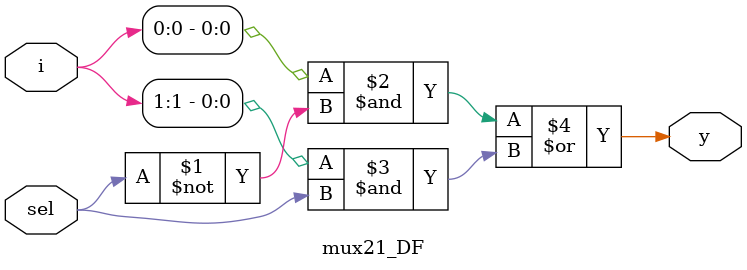
<source format=v>
module Lab1_ex1_2(SW,LEDG,LEDR);
	input[17:0] SW;
	output[7:0] LEDG;
	output[17:0] LEDR;
	assign LEDR=SW;
	mux21_DF IUT(SW[9],SW[8],LEDG[6]);
endmodule

module mux21_DF(i,sel,y);
	input sel;
	input [1:0] i;
	output y;
	assign y =(i[0]&(~sel))|(i[1]&sel);
endmodule

</source>
